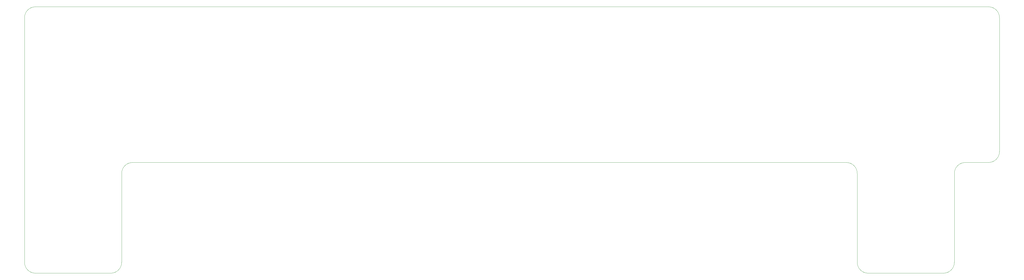
<source format=gbr>
%TF.GenerationSoftware,KiCad,Pcbnew,7.0.10*%
%TF.CreationDate,2024-02-05T00:36:43+00:00*%
%TF.ProjectId,ContactlessPiPoweredDrumkit,436f6e74-6163-4746-9c65-73735069506f,rev?*%
%TF.SameCoordinates,Original*%
%TF.FileFunction,Profile,NP*%
%FSLAX46Y46*%
G04 Gerber Fmt 4.6, Leading zero omitted, Abs format (unit mm)*
G04 Created by KiCad (PCBNEW 7.0.10) date 2024-02-05 00:36:43*
%MOMM*%
%LPD*%
G01*
G04 APERTURE LIST*
%TA.AperFunction,Profile*%
%ADD10C,0.100000*%
%TD*%
G04 APERTURE END LIST*
D10*
X367475000Y-194310000D02*
G75*
G03*
X371475000Y-190310000I0J4000000D01*
G01*
X62675000Y-194310000D02*
G75*
G03*
X66675000Y-190310000I0J4000000D01*
G01*
X66675000Y-157670000D02*
X66675000Y-161290000D01*
X111315000Y-96520000D02*
X37465000Y-96520000D01*
X335915000Y-190310000D02*
G75*
G03*
X339915000Y-194310000I4000000J0D01*
G01*
X387985000Y-100520000D02*
G75*
G03*
X383985000Y-96520000I-4000000J0D01*
G01*
X375475000Y-153670000D02*
G75*
G03*
X371475000Y-157670000I0J-4000000D01*
G01*
X37465000Y-96520000D02*
X35115000Y-96520000D01*
X31115000Y-190310000D02*
G75*
G03*
X35115000Y-194310000I4000000J0D01*
G01*
X383985000Y-96520000D02*
X112395000Y-96520000D01*
X111315000Y-96520000D02*
X112395000Y-96520000D01*
X190945000Y-153670000D02*
X264795000Y-153670000D01*
X387985000Y-100520000D02*
X387985000Y-149670000D01*
X371475000Y-157670000D02*
X371475000Y-190310000D01*
X367475000Y-194310000D02*
X339915000Y-194310000D01*
X383985000Y-153670000D02*
G75*
G03*
X387985000Y-149670000I0J4000000D01*
G01*
X335915000Y-157670000D02*
G75*
G03*
X331915000Y-153670000I-4000000J0D01*
G01*
X35115000Y-96520000D02*
G75*
G03*
X31115000Y-100520000I0J-4000000D01*
G01*
X335915000Y-157670000D02*
X335915000Y-190310000D01*
X331915000Y-153670000D02*
X264795000Y-153670000D01*
X31115000Y-100520000D02*
X31115000Y-104140000D01*
X77025000Y-153670000D02*
X70675000Y-153670000D01*
X62675000Y-194310000D02*
X35115000Y-194310000D01*
X70675000Y-153670000D02*
G75*
G03*
X66675000Y-157670000I0J-4000000D01*
G01*
X383985000Y-153670000D02*
X375475000Y-153670000D01*
X77025000Y-153670000D02*
X190945000Y-153670000D01*
X66675000Y-190310000D02*
X66675000Y-161290000D01*
X31115000Y-190310000D02*
X31115000Y-104140000D01*
M02*

</source>
